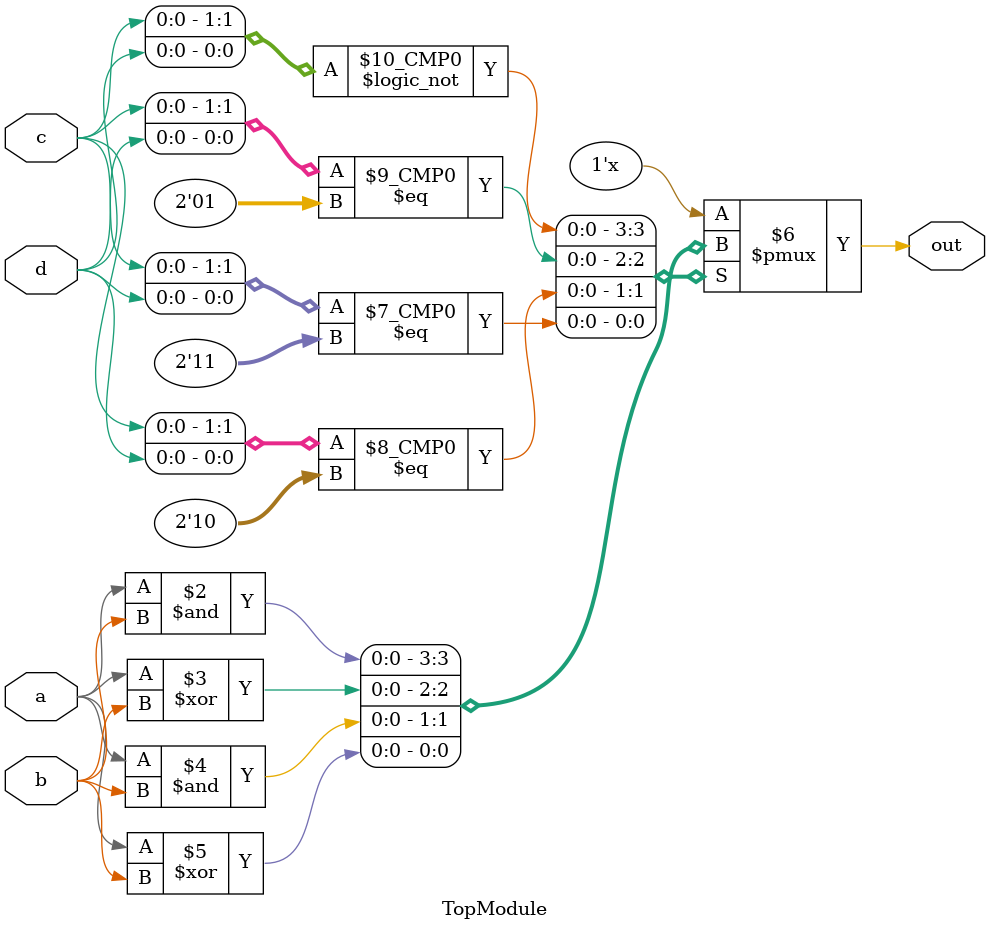
<source format=sv>

module TopModule(
    input a,
    input b,
    input c,
    input d,
    output reg out
);

always @* begin
    case ({c,d})
        2'b00: out = a & b;
        2'b01: out = a ^ b;
        2'b10: out = a & b;
        2'b11: out = a ^ b;
    endcase
end

endmodule
</source>
